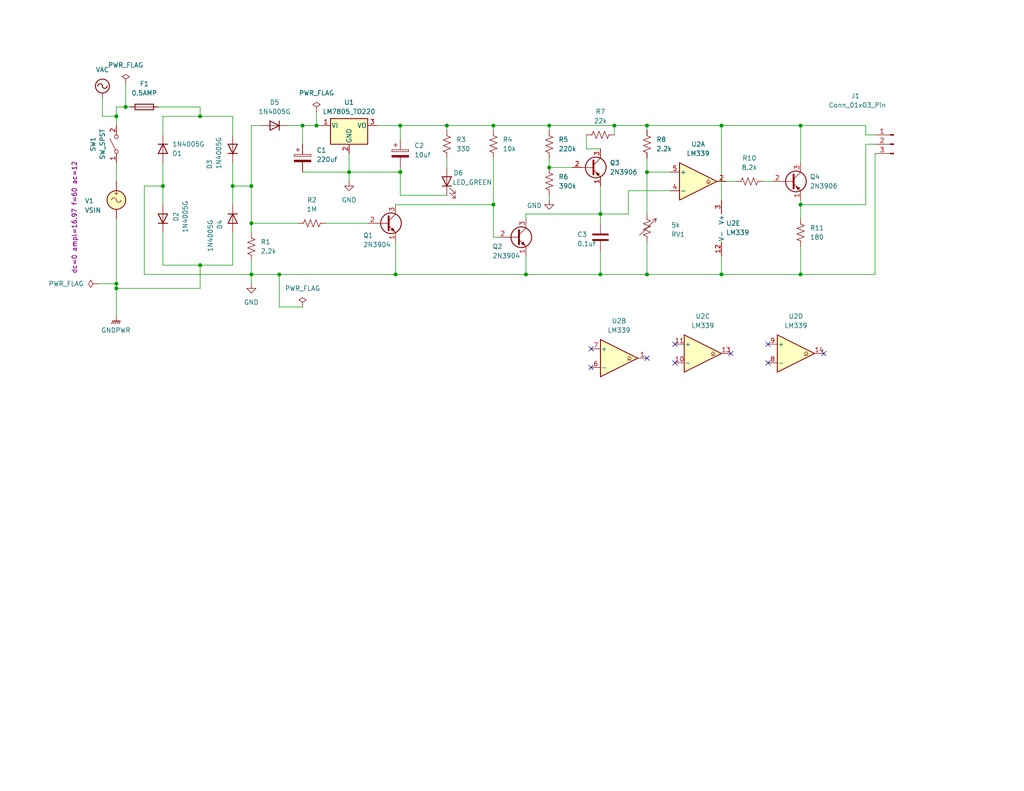
<source format=kicad_sch>
(kicad_sch (version 20250114) (generator "eeschema") (generator_version "9.0")
  (paper "USLetter")
  (title_block (title "CMPE2150 PWM Generator - mhe4") (date "2025-12-11") (rev "0") (company "NAIT CNT") (comment 1 "Mengning He"))
  (lib_symbols
    (symbol "Comparator:LM339" (pin_names (offset 0.127))
      (property "Reference" "U" (at 0 5.08 0))
      (property "Value" "LM339" (at 0 -5.08 0))
      (symbol "LM339_1_1"
        (polyline (pts (xy -5.08 5.08) (xy 5.08 0) (xy -5.08 -5.08) (xy -5.08 5.08)) (stroke (width 0.254)) (fill (type background)))
        (polyline (pts (xy 3.302 -0.508) (xy 2.794 -0.508) (xy 3.302 0) (xy 2.794 0.508) (xy 2.286 0) (xy 2.794 -0.508) (xy 2.286 -0.508)) (stroke (width 0.127)))
        (pin input line (at -7.62 2.54 0) (length 2.54) (name "+") (number "5"))
        (pin input line (at -7.62 -2.54 0) (length 2.54) (name "-") (number "4"))
        (pin open_collector line (at 7.62 0 180) (length 2.54) (name "~") (number "2"))
      )
      (symbol "LM339_2_1"
        (polyline (pts (xy -5.08 5.08) (xy 5.08 0) (xy -5.08 -5.08) (xy -5.08 5.08)) (stroke (width 0.254)) (fill (type background)))
        (polyline (pts (xy 3.302 -0.508) (xy 2.794 -0.508) (xy 3.302 0) (xy 2.794 0.508) (xy 2.286 0) (xy 2.794 -0.508) (xy 2.286 -0.508)) (stroke (width 0.127)))
        (pin input line (at -7.62 2.54 0) (length 2.54) (name "+") (number "7"))
        (pin input line (at -7.62 -2.54 0) (length 2.54) (name "-") (number "6"))
        (pin open_collector line (at 7.62 0 180) (length 2.54) (name "~") (number "1"))
      )
      (symbol "LM339_3_1"
        (polyline (pts (xy -5.08 5.08) (xy 5.08 0) (xy -5.08 -5.08) (xy -5.08 5.08)) (stroke (width 0.254)) (fill (type background)))
        (polyline (pts (xy 3.302 -0.508) (xy 2.794 -0.508) (xy 3.302 0) (xy 2.794 0.508) (xy 2.286 0) (xy 2.794 -0.508) (xy 2.286 -0.508)) (stroke (width 0.127)))
        (pin input line (at -7.62 2.54 0) (length 2.54) (name "+") (number "11"))
        (pin input line (at -7.62 -2.54 0) (length 2.54) (name "-") (number "10"))
        (pin open_collector line (at 7.62 0 180) (length 2.54) (name "~") (number "13"))
      )
      (symbol "LM339_4_1"
        (polyline (pts (xy -5.08 5.08) (xy 5.08 0) (xy -5.08 -5.08) (xy -5.08 5.08)) (stroke (width 0.254)) (fill (type background)))
        (polyline (pts (xy 3.302 -0.508) (xy 2.794 -0.508) (xy 3.302 0) (xy 2.794 0.508) (xy 2.286 0) (xy 2.794 -0.508) (xy 2.286 -0.508)) (stroke (width 0.127)))
        (pin input line (at -7.62 2.54 0) (length 2.54) (name "+") (number "9"))
        (pin input line (at -7.62 -2.54 0) (length 2.54) (name "-") (number "8"))
        (pin open_collector line (at 7.62 0 180) (length 2.54) (name "~") (number "14"))
      )
      (symbol "LM339_5_1"
        (pin power_in line (at -2.54 7.62 270) (length 3.81) (name "V+") (number "3"))
        (pin power_in line (at -2.54 -7.62 90) (length 3.81) (name "V-") (number "12"))
      )
    )
    (symbol "Connector:Conn_01x03_Pin" (pin_names (offset 1.016) (hide yes))
      (property "Reference" "J" (at 0 5.08 0))
      (property "Value" "Conn_01x03_Pin" (at 0 -5.08 0))
      (symbol "Conn_01x03_Pin_1_1"
        (rectangle (start 0.8636 2.667) (end 0 2.413) (stroke (width 0.1524)) (fill (type outline)))
        (rectangle (start 0.8636 0.127) (end 0 -0.127) (stroke (width 0.1524)) (fill (type outline)))
        (rectangle (start 0.8636 -2.413) (end 0 -2.667) (stroke (width 0.1524)) (fill (type outline)))
        (polyline (pts (xy 1.27 2.54) (xy 0.8636 2.54)) (stroke (width 0.1524)))
        (polyline (pts (xy 1.27 0) (xy 0.8636 0)) (stroke (width 0.1524)))
        (polyline (pts (xy 1.27 -2.54) (xy 0.8636 -2.54)) (stroke (width 0.1524)))
        (pin passive line (at 5.08 2.54 180) (length 3.81) (name "Pin_1") (number "1"))
        (pin passive line (at 5.08 0 180) (length 3.81) (name "Pin_2") (number "2"))
        (pin passive line (at 5.08 -2.54 180) (length 3.81) (name "Pin_3") (number "3"))
      )
    )
    (symbol "Device:C" (pin_numbers (hide yes)) (pin_names (offset 0.254))
      (property "Reference" "C" (at 0.635 2.54 0))
      (property "Value" "C" (at 0.635 -2.54 0))
      (symbol "C_0_1"
        (polyline (pts (xy -2.032 0.762) (xy 2.032 0.762)) (stroke (width 0.508)))
        (polyline (pts (xy -2.032 -0.762) (xy 2.032 -0.762)) (stroke (width 0.508)))
      )
      (symbol "C_1_1"
        (pin passive line (at 0 3.81 270) (length 2.794) (name "~") (number "1"))
        (pin passive line (at 0 -3.81 90) (length 2.794) (name "~") (number "2"))
      )
    )
    (symbol "Device:C_Polarized" (pin_numbers (hide yes)) (pin_names (offset 0.254))
      (property "Reference" "C" (at 0.635 2.54 0))
      (property "Value" "C_Polarized" (at 0.635 -2.54 0))
      (symbol "C_Polarized_0_1"
        (rectangle (start -2.286 0.508) (end 2.286 1.016))
        (polyline (pts (xy -1.778 2.286) (xy -0.762 2.286)))
        (polyline (pts (xy -1.27 2.794) (xy -1.27 1.778)))
        (rectangle (start 2.286 -0.508) (end -2.286 -1.016) (fill (type outline)))
      )
      (symbol "C_Polarized_1_1"
        (pin passive line (at 0 3.81 270) (length 2.794) (name "~") (number "1"))
        (pin passive line (at 0 -3.81 90) (length 2.794) (name "~") (number "2"))
      )
    )
    (symbol "Device:Fuse" (pin_numbers (hide yes)) (pin_names (offset 0))
      (property "Reference" "F" (at 2.032 0 90))
      (property "Value" "Fuse" (at -1.905 0 90))
      (symbol "Fuse_0_1"
        (rectangle (start -0.762 -2.54) (end 0.762 2.54) (stroke (width 0.254)))
        (polyline (pts (xy 0 2.54) (xy 0 -2.54)))
      )
      (symbol "Fuse_1_1"
        (pin passive line (at 0 3.81 270) (length 1.27) (name "~") (number "1"))
        (pin passive line (at 0 -3.81 90) (length 1.27) (name "~") (number "2"))
      )
    )
    (symbol "Device:LED" (pin_numbers (hide yes)) (pin_names (offset 1.016) (hide yes))
      (property "Reference" "D" (at 0 2.54 0))
      (property "Value" "LED" (at 0 -2.54 0))
      (symbol "LED_0_1"
        (polyline (pts (xy -3.048 -0.762) (xy -4.572 -2.286) (xy -3.81 -2.286) (xy -4.572 -2.286) (xy -4.572 -1.524)))
        (polyline (pts (xy -1.778 -0.762) (xy -3.302 -2.286) (xy -2.54 -2.286) (xy -3.302 -2.286) (xy -3.302 -1.524)))
        (polyline (pts (xy -1.27 0) (xy 1.27 0)))
        (polyline (pts (xy -1.27 -1.27) (xy -1.27 1.27)) (stroke (width 0.254)))
        (polyline (pts (xy 1.27 -1.27) (xy 1.27 1.27) (xy -1.27 0) (xy 1.27 -1.27)) (stroke (width 0.254)))
      )
      (symbol "LED_1_1"
        (pin passive line (at -3.81 0 0) (length 2.54) (name "K") (number "1"))
        (pin passive line (at 3.81 0 180) (length 2.54) (name "A") (number "2"))
      )
    )
    (symbol "Device:R_US" (pin_numbers (hide yes)) (pin_names (offset 0))
      (property "Reference" "R" (at 2.54 0 90))
      (property "Value" "R_US" (at -2.54 0 90))
      (symbol "R_US_0_1"
        (polyline (pts (xy 0 2.286) (xy 0 2.54)))
        (polyline (pts (xy 0 2.286) (xy 1.016 1.905) (xy 0 1.524) (xy -1.016 1.143) (xy 0 0.762)))
        (polyline (pts (xy 0 0.762) (xy 1.016 0.381) (xy 0 0) (xy -1.016 -0.381) (xy 0 -0.762)))
        (polyline (pts (xy 0 -0.762) (xy 1.016 -1.143) (xy 0 -1.524) (xy -1.016 -1.905) (xy 0 -2.286)))
        (polyline (pts (xy 0 -2.286) (xy 0 -2.54)))
      )
      (symbol "R_US_1_1"
        (pin passive line (at 0 3.81 270) (length 1.27) (name "~") (number "1"))
        (pin passive line (at 0 -3.81 90) (length 1.27) (name "~") (number "2"))
      )
    )
    (symbol "Device:R_Variable_US" (pin_numbers (hide yes)) (pin_names (offset 0))
      (property "Reference" "R" (at 2.54 -2.54 90))
      (property "Value" "R_Variable_US" (at -2.54 -1.27 90))
      (symbol "R_Variable_US_0_1"
        (polyline (pts (xy 0 2.286) (xy 0 2.54)))
        (polyline (pts (xy 0 2.286) (xy 1.016 1.905) (xy 0 1.524) (xy -1.016 1.143) (xy 0 0.762)) (stroke (width 0.1524)))
        (polyline (pts (xy 0 0.762) (xy 1.016 0.381) (xy 0 0) (xy -1.016 -0.381) (xy 0 -0.762)))
        (polyline (pts (xy 0 -0.762) (xy 1.016 -1.143) (xy 0 -1.524) (xy -1.016 -1.905) (xy 0 -2.286)))
        (polyline (pts (xy 0 -2.286) (xy 0 -2.54)))
        (polyline (pts (xy 2.286 1.524) (xy 2.54 2.54) (xy 1.524 2.286) (xy 2.54 2.54) (xy -2.032 -2.032)) (stroke (width 0.1524)))
      )
      (symbol "R_Variable_US_1_1"
        (pin passive line (at 0 3.81 270) (length 1.27) (name "~") (number "1"))
        (pin passive line (at 0 -3.81 90) (length 1.27) (name "~") (number "2"))
      )
    )
    (symbol "Diode:1N4005" (pin_numbers (hide yes)) (pin_names (hide yes))
      (property "Reference" "D" (at 0 2.54 0))
      (property "Value" "1N4005" (at 0 -2.54 0))
      (symbol "1N4005_0_1"
        (polyline (pts (xy -1.27 1.27) (xy -1.27 -1.27)) (stroke (width 0.254)))
        (polyline (pts (xy 1.27 1.27) (xy 1.27 -1.27) (xy -1.27 0) (xy 1.27 1.27)) (stroke (width 0.254)))
        (polyline (pts (xy 1.27 0) (xy -1.27 0)))
      )
      (symbol "1N4005_1_1"
        (pin passive line (at -3.81 0 0) (length 2.54) (name "K") (number "1"))
        (pin passive line (at 3.81 0 180) (length 2.54) (name "A") (number "2"))
      )
    )
    (symbol "Regulator_Linear:LM7805_TO220" (pin_names (offset 0.254))
      (property "Reference" "U" (at -3.81 3.175 0))
      (property "Value" "LM7805_TO220" (at 0 3.175 0))
      (symbol "LM7805_TO220_0_1"
        (rectangle (start -5.08 1.905) (end 5.08 -5.08) (stroke (width 0.254)) (fill (type background)))
      )
      (symbol "LM7805_TO220_1_1"
        (pin power_in line (at -7.62 0 0) (length 2.54) (name "VI") (number "1"))
        (pin power_in line (at 0 -7.62 90) (length 2.54) (name "GND") (number "2"))
        (pin power_out line (at 7.62 0 180) (length 2.54) (name "VO") (number "3"))
      )
    )
    (symbol "Simulation_SPICE:VSIN" (pin_numbers (hide yes)) (pin_names (offset 0.0254))
      (property "Reference" "V" (at 2.54 2.54 0))
      (property "Value" "VSIN" (at 2.54 0 0))
      (property "Sim.Params" "dc=0 ampl=1 f=1k ac=1" (at 2.54 -2.54 0))
      (symbol "VSIN_0_0"
        (arc (start -1.27 0) (mid -0.635 0.6323) (end 0 0))
        (arc (start 1.27 0) (mid 0.635 -0.6323) (end 0 0))
        (text "+" (at 0 1.905 0) (effects (font (size 1.27 1.27))))
      )
      (symbol "VSIN_0_1"
        (circle (center 0 0) (radius 2.54) (stroke (width 0.254)) (fill (type background)))
      )
      (symbol "VSIN_1_1"
        (pin passive line (at 0 5.08 270) (length 2.54) (name "~") (number "1"))
        (pin passive line (at 0 -5.08 90) (length 2.54) (name "~") (number "2"))
      )
    )
    (symbol "Switch:SW_SPST" (pin_names (offset 0) (hide yes))
      (property "Reference" "SW" (at 0 3.175 0))
      (property "Value" "SW_SPST" (at 0 -2.54 0))
      (symbol "SW_SPST_0_0"
        (circle (center -2.032 0) (radius 0.508))
        (polyline (pts (xy -1.524 0.254) (xy 1.524 1.778)))
        (circle (center 2.032 0) (radius 0.508))
      )
      (symbol "SW_SPST_1_1"
        (pin passive line (at -5.08 0 0) (length 2.54) (name "A") (number "1"))
        (pin passive line (at 5.08 0 180) (length 2.54) (name "B") (number "2"))
      )
    )
    (symbol "Transistor_BJT:2N3904" (pin_names (offset 0) (hide yes))
      (property "Reference" "Q" (at 5.08 1.905 0))
      (property "Value" "2N3904" (at 5.08 0 0))
      (symbol "2N3904_0_1"
        (polyline (pts (xy -2.54 0) (xy 0.635 0)))
        (polyline (pts (xy 0.635 1.905) (xy 0.635 -1.905)) (stroke (width 0.508)))
        (circle (center 1.27 0) (radius 2.8194) (stroke (width 0.254)))
      )
      (symbol "2N3904_1_1"
        (polyline (pts (xy 0.635 0.635) (xy 2.54 2.54)))
        (polyline (pts (xy 0.635 -0.635) (xy 2.54 -2.54)))
        (polyline (pts (xy 1.27 -1.778) (xy 1.778 -1.27) (xy 2.286 -2.286) (xy 1.27 -1.778)) (fill (type outline)))
        (pin input line (at -5.08 0 0) (length 2.54) (name "B") (number "2"))
        (pin passive line (at 2.54 5.08 270) (length 2.54) (name "C") (number "3"))
        (pin passive line (at 2.54 -5.08 90) (length 2.54) (name "E") (number "1"))
      )
    )
    (symbol "Transistor_BJT:2N3906" (pin_names (offset 0) (hide yes))
      (property "Reference" "Q" (at 5.08 1.905 0))
      (property "Value" "2N3906" (at 5.08 0 0))
      (symbol "2N3906_0_1"
        (polyline (pts (xy -2.54 0) (xy 0.635 0)))
        (polyline (pts (xy 0.635 1.905) (xy 0.635 -1.905)) (stroke (width 0.508)))
        (polyline (pts (xy 0.635 0.635) (xy 2.54 2.54)))
        (polyline (pts (xy 0.635 -0.635) (xy 2.54 -2.54)))
        (circle (center 1.27 0) (radius 2.8194) (stroke (width 0.254)))
        (polyline (pts (xy 2.286 -1.778) (xy 1.778 -2.286) (xy 1.27 -1.27) (xy 2.286 -1.778)) (fill (type outline)))
      )
      (symbol "2N3906_1_1"
        (pin input line (at -5.08 0 0) (length 2.54) (name "B") (number "2"))
        (pin passive line (at 2.54 5.08 270) (length 2.54) (name "C") (number "3"))
        (pin passive line (at 2.54 -5.08 90) (length 2.54) (name "E") (number "1"))
      )
    )
    (symbol "power:GND" (power) (pin_numbers (hide yes)) (pin_names (offset 0) (hide yes))
      (property "Value" "GND" (at 0 -3.81 0))
      (symbol "GND_0_1"
        (polyline (pts (xy 0 0) (xy 0 -1.27) (xy 1.27 -1.27) (xy 0 -2.54) (xy -1.27 -1.27) (xy 0 -1.27)))
      )
      (symbol "GND_1_1"
        (pin power_in line (at 0 0 270) (length 0) (name "~") (number "1"))
      )
    )
    (symbol "power:GNDPWR" (power) (pin_numbers (hide yes)) (pin_names (offset 0) (hide yes))
      (property "Value" "GNDPWR" (at 0 -3.302 0))
      (symbol "GNDPWR_0_1"
        (polyline (pts (xy -1.016 -1.27) (xy -1.27 -2.032) (xy -1.27 -2.032)) (stroke (width 0.2032)))
        (polyline (pts (xy -0.508 -1.27) (xy -0.762 -2.032) (xy -0.762 -2.032)) (stroke (width 0.2032)))
        (polyline (pts (xy 0 -1.27) (xy 0 0)))
        (polyline (pts (xy 0 -1.27) (xy -0.254 -2.032) (xy -0.254 -2.032)) (stroke (width 0.2032)))
        (polyline (pts (xy 0.508 -1.27) (xy 0.254 -2.032) (xy 0.254 -2.032)) (stroke (width 0.2032)))
        (polyline (pts (xy 1.016 -1.27) (xy -1.016 -1.27) (xy -1.016 -1.27)) (stroke (width 0.2032)))
        (polyline (pts (xy 1.016 -1.27) (xy 0.762 -2.032) (xy 0.762 -2.032) (xy 0.762 -2.032)) (stroke (width 0.2032)))
      )
      (symbol "GNDPWR_1_1"
        (pin power_in line (at 0 0 270) (length 0) (name "~") (number "1"))
      )
    )
    (symbol "power:PWR_FLAG" (power) (pin_numbers (hide yes)) (pin_names (offset 0) (hide yes))
      (property "Value" "PWR_FLAG" (at 0 3.81 0))
      (symbol "PWR_FLAG_0_0"
        (pin power_out line (at 0 0 90) (length 0) (name "~") (number "1"))
      )
      (symbol "PWR_FLAG_0_1"
        (polyline (pts (xy 0 0) (xy 0 1.27) (xy -1.016 1.905) (xy 0 2.54) (xy 1.016 1.905) (xy 0 1.27)))
      )
    )
    (symbol "power:VAC" (power) (pin_numbers (hide yes)) (pin_names (offset 0) (hide yes))
      (property "Value" "VAC" (at 0 6.35 0))
      (symbol "VAC_0_1"
        (arc (start -1.27 3.175) (mid -0.635 3.8073) (end 0 3.175) (stroke (width 0.254)))
        (circle (center 0 3.175) (radius 1.905) (stroke (width 0.254)))
        (polyline (pts (xy 0 0) (xy 0 1.27)))
        (arc (start 1.27 3.175) (mid 0.635 2.5427) (end 0 3.175) (stroke (width 0.254)))
      )
      (symbol "VAC_1_1"
        (pin power_in line (at 0 0 90) (length 0) (name "~") (number "1"))
      )
    )
  )
  (junction (at 86.36 34.29))
  (junction (at 54.61 72.39))
  (junction (at 68.58 60.96))
  (junction (at 31.75 78.74))
  (junction (at 176.53 46.99))
  (junction (at 134.62 34.29))
  (junction (at 76.2 74.93))
  (junction (at 196.85 74.93))
  (junction (at 109.22 34.29))
  (junction (at 196.85 34.29))
  (junction (at 31.75 31.75))
  (junction (at 107.95 74.93))
  (junction (at 95.25 46.99))
  (junction (at 163.83 58.42))
  (junction (at 34.29 29.21))
  (junction (at 109.22 46.99))
  (junction (at 176.53 34.29))
  (junction (at 176.53 74.93))
  (junction (at 134.62 55.88))
  (junction (at 218.44 74.93))
  (junction (at 63.5 50.8))
  (junction (at 149.86 34.29))
  (junction (at 82.55 34.29))
  (junction (at 44.45 50.8))
  (junction (at 149.86 45.72))
  (junction (at 167.64 34.29))
  (junction (at 68.58 50.8))
  (junction (at 31.75 77.47))
  (junction (at 68.58 74.93))
  (junction (at 218.44 55.88))
  (junction (at 54.61 31.75))
  (junction (at 143.51 74.93))
  (junction (at 163.83 74.93))
  (junction (at 121.92 34.29))
  (junction (at 218.44 34.29))
  (no_connect (at 184.15 99.06))
  (no_connect (at 161.29 95.25))
  (no_connect (at 184.15 93.98))
  (no_connect (at 209.55 99.06))
  (no_connect (at 176.53 97.79))
  (no_connect (at 199.39 96.52))
  (no_connect (at 161.29 100.33))
  (no_connect (at 224.79 96.52))
  (no_connect (at 209.55 93.98))
  (wire (pts (xy 167.64 34.29) (xy 176.53 34.29)))
  (wire (pts (xy 196.85 34.29) (xy 218.44 34.29)))
  (wire (pts (xy 109.22 46.99) (xy 109.22 45.72)))
  (wire (pts (xy 236.22 36.83) (xy 236.22 34.29)))
  (wire (pts (xy 238.76 36.83) (xy 236.22 36.83)))
  (wire (pts (xy 143.51 58.42) (xy 163.83 58.42)))
  (wire (pts (xy 44.45 31.75) (xy 54.61 31.75)))
  (wire (pts (xy 196.85 74.93) (xy 218.44 74.93)))
  (wire (pts (xy 135.89 64.77) (xy 134.62 64.77)))
  (wire (pts (xy 78.74 34.29) (xy 82.55 34.29)))
  (wire (pts (xy 27.94 26.67) (xy 27.94 31.75)))
  (wire (pts (xy 149.86 35.56) (xy 149.86 34.29)))
  (wire (pts (xy 86.36 34.29) (xy 87.63 34.29)))
  (wire (pts (xy 54.61 72.39) (xy 63.5 72.39)))
  (wire (pts (xy 163.83 40.64) (xy 160.02 40.64)))
  (wire (pts (xy 31.75 29.21) (xy 34.29 29.21)))
  (wire (pts (xy 88.9 60.96) (xy 100.33 60.96)))
  (wire (pts (xy 68.58 71.12) (xy 68.58 74.93)))
  (wire (pts (xy 163.83 58.42) (xy 163.83 60.96)))
  (wire (pts (xy 68.58 74.93) (xy 68.58 77.47)))
  (wire (pts (xy 176.53 66.04) (xy 176.53 74.93)))
  (wire (pts (xy 82.55 83.82) (xy 76.2 83.82)))
  (wire (pts (xy 171.45 52.07) (xy 171.45 58.42)))
  (wire (pts (xy 134.62 34.29) (xy 121.92 34.29)))
  (wire (pts (xy 167.64 34.29) (xy 167.64 36.83)))
  (wire (pts (xy 218.44 54.61) (xy 218.44 55.88)))
  (wire (pts (xy 163.83 74.93) (xy 143.51 74.93)))
  (wire (pts (xy 81.28 60.96) (xy 68.58 60.96)))
  (wire (pts (xy 156.21 45.72) (xy 149.86 45.72)))
  (wire (pts (xy 134.62 64.77) (xy 134.62 55.88)))
  (wire (pts (xy 134.62 35.56) (xy 134.62 34.29)))
  (wire (pts (xy 44.45 44.45) (xy 44.45 50.8)))
  (wire (pts (xy 196.85 69.85) (xy 196.85 74.93)))
  (wire (pts (xy 31.75 34.29) (xy 31.75 31.75)))
  (wire (pts (xy 107.95 74.93) (xy 143.51 74.93)))
  (wire (pts (xy 95.25 41.91) (xy 95.25 46.99)))
  (wire (pts (xy 196.85 34.29) (xy 196.85 54.61)))
  (wire (pts (xy 68.58 34.29) (xy 68.58 50.8)))
  (wire (pts (xy 143.51 59.69) (xy 143.51 58.42)))
  (wire (pts (xy 39.37 74.93) (xy 68.58 74.93)))
  (wire (pts (xy 54.61 31.75) (xy 63.5 31.75)))
  (wire (pts (xy 39.37 50.8) (xy 39.37 74.93)))
  (wire (pts (xy 31.75 78.74) (xy 54.61 78.74)))
  (wire (pts (xy 182.88 52.07) (xy 171.45 52.07)))
  (wire (pts (xy 54.61 29.21) (xy 54.61 31.75)))
  (wire (pts (xy 143.51 69.85) (xy 143.51 74.93)))
  (wire (pts (xy 44.45 50.8) (xy 44.45 55.88)))
  (wire (pts (xy 218.44 55.88) (xy 218.44 59.69)))
  (wire (pts (xy 109.22 53.34) (xy 109.22 46.99)))
  (wire (pts (xy 149.86 43.18) (xy 149.86 45.72)))
  (wire (pts (xy 107.95 66.04) (xy 107.95 74.93)))
  (wire (pts (xy 86.36 30.48) (xy 86.36 34.29)))
  (wire (pts (xy 218.44 34.29) (xy 218.44 44.45)))
  (wire (pts (xy 218.44 67.31) (xy 218.44 74.93)))
  (wire (pts (xy 236.22 39.37) (xy 236.22 55.88)))
  (wire (pts (xy 121.92 43.18) (xy 121.92 45.72)))
  (wire (pts (xy 176.53 46.99) (xy 182.88 46.99)))
  (wire (pts (xy 44.45 36.83) (xy 44.45 31.75)))
  (wire (pts (xy 31.75 59.69) (xy 31.75 77.47)))
  (wire (pts (xy 163.83 68.58) (xy 163.83 74.93)))
  (wire (pts (xy 134.62 43.18) (xy 134.62 55.88)))
  (wire (pts (xy 109.22 34.29) (xy 121.92 34.29)))
  (wire (pts (xy 76.2 74.93) (xy 68.58 74.93)))
  (wire (pts (xy 160.02 40.64) (xy 160.02 36.83)))
  (wire (pts (xy 63.5 50.8) (xy 68.58 50.8)))
  (wire (pts (xy 163.83 50.8) (xy 163.83 58.42)))
  (wire (pts (xy 31.75 31.75) (xy 31.75 29.21)))
  (wire (pts (xy 176.53 74.93) (xy 196.85 74.93)))
  (wire (pts (xy 109.22 34.29) (xy 102.87 34.29)))
  (wire (pts (xy 34.29 29.21) (xy 35.56 29.21)))
  (wire (pts (xy 238.76 74.93) (xy 218.44 74.93)))
  (wire (pts (xy 44.45 50.8) (xy 39.37 50.8)))
  (wire (pts (xy 95.25 46.99) (xy 95.25 49.53)))
  (wire (pts (xy 44.45 72.39) (xy 54.61 72.39)))
  (wire (pts (xy 63.5 50.8) (xy 63.5 55.88)))
  (wire (pts (xy 68.58 50.8) (xy 68.58 60.96)))
  (wire (pts (xy 218.44 34.29) (xy 236.22 34.29)))
  (wire (pts (xy 236.22 55.88) (xy 218.44 55.88)))
  (wire (pts (xy 63.5 44.45) (xy 63.5 50.8)))
  (wire (pts (xy 134.62 55.88) (xy 107.95 55.88)))
  (wire (pts (xy 82.55 46.99) (xy 95.25 46.99)))
  (wire (pts (xy 76.2 83.82) (xy 76.2 74.93)))
  (wire (pts (xy 121.92 34.29) (xy 121.92 35.56)))
  (wire (pts (xy 26.67 77.47) (xy 31.75 77.47)))
  (wire (pts (xy 176.53 35.56) (xy 176.53 34.29)))
  (wire (pts (xy 44.45 63.5) (xy 44.45 72.39)))
  (wire (pts (xy 31.75 78.74) (xy 31.75 86.36)))
  (wire (pts (xy 171.45 58.42) (xy 163.83 58.42)))
  (wire (pts (xy 198.12 49.53) (xy 200.66 49.53)))
  (wire (pts (xy 176.53 43.18) (xy 176.53 46.99)))
  (wire (pts (xy 208.28 49.53) (xy 210.82 49.53)))
  (wire (pts (xy 238.76 39.37) (xy 236.22 39.37)))
  (wire (pts (xy 43.18 29.21) (xy 54.61 29.21)))
  (wire (pts (xy 238.76 41.91) (xy 238.76 74.93)))
  (wire (pts (xy 107.95 74.93) (xy 76.2 74.93)))
  (wire (pts (xy 27.94 31.75) (xy 31.75 31.75)))
  (wire (pts (xy 82.55 34.29) (xy 86.36 34.29)))
  (wire (pts (xy 134.62 34.29) (xy 149.86 34.29)))
  (wire (pts (xy 63.5 31.75) (xy 63.5 36.83)))
  (wire (pts (xy 176.53 46.99) (xy 176.53 58.42)))
  (wire (pts (xy 82.55 34.29) (xy 82.55 39.37)))
  (wire (pts (xy 63.5 72.39) (xy 63.5 63.5)))
  (wire (pts (xy 149.86 34.29) (xy 167.64 34.29)))
  (wire (pts (xy 109.22 38.1) (xy 109.22 34.29)))
  (wire (pts (xy 121.92 53.34) (xy 109.22 53.34)))
  (wire (pts (xy 176.53 34.29) (xy 196.85 34.29)))
  (wire (pts (xy 54.61 78.74) (xy 54.61 72.39)))
  (wire (pts (xy 163.83 74.93) (xy 176.53 74.93)))
  (wire (pts (xy 149.86 53.34) (xy 149.86 54.61)))
  (wire (pts (xy 31.75 44.45) (xy 31.75 49.53)))
  (wire (pts (xy 68.58 60.96) (xy 68.58 63.5)))
  (wire (pts (xy 71.12 34.29) (xy 68.58 34.29)))
  (wire (pts (xy 95.25 46.99) (xy 109.22 46.99)))
  (wire (pts (xy 34.29 22.86) (xy 34.29 29.21)))
  (wire (pts (xy 31.75 77.47) (xy 31.75 78.74)))
  (symbol (lib_id "Device:R_US") (at 218.44 63.5 0) (unit 1)
    (property "Reference" "R11" (at 220.98 62.2299 0) (effects (justify left)))
    (property "Value" "180" (at 220.98 64.7699 0) (effects (justify left)))
    (property "Footprint" "Resistor_SMD:R_0805_2012Metric" (effects (hide yes)))
    (property "Description" "Resistor" (effects (hide yes)))
  )
  (symbol (lib_id "power:PWR_FLAG") (at 26.67 77.47 90) (unit 1)
    (property "Reference" "#FLG02" (effects (hide yes)))
    (property "Value" "PWR_FLAG" (at 22.86 77.4699 90) (effects (justify left)))
    (property "Description" "Special symbol for telling ERC where power comes from" (effects (hide yes)))
  )
  (symbol (lib_id "power:VAC") (at 27.94 26.67 0) (unit 1)
    (property "Reference" "#PWR05" (effects (hide yes)))
    (property "Value" "VAC" (at 27.94 19.05 0))
    (property "Description" "Power symbol creates a global label with name \"VAC\"" (effects (hide yes)))
  )
  (symbol (lib_id "Connector:Conn_01x03_Pin") (at 243.84 39.37 0) (mirror y) (unit 1)
    (property "Reference" "J1" (at 233.426 26.162 0))
    (property "Value" "Conn_01x03_Pin" (at 233.934 28.702 0))
    (property "Description" "Generic connector, single row, 01x03, script generated" (effects (hide yes)))
  )
  (symbol (lib_id "Transistor_BJT:2N3904") (at 105.41 60.96 0) (unit 1)
    (property "Reference" "Q1" (at 99.06 64.262 0) (effects (justify left)))
    (property "Value" "2N3904" (at 99.06 66.802 0) (effects (justify left)))
    (property "Footprint" "Package_TO_SOT_SMD:SOT-23" (effects (hide yes)))
    (property "Datasheet" "https://www.onsemi.com/pub/Collateral/2N3903-D.PDF" (effects (hide yes)))
    (property "Description" "0.2A Ic, 40V Vce, Small Signal NPN Transistor, TO-92" (effects (hide yes)))
  )
  (symbol (lib_id "Device:R_US") (at 134.62 39.37 0) (unit 1)
    (property "Reference" "R4" (at 137.16 38.0999 0) (effects (justify left)))
    (property "Value" "10k" (at 137.16 40.6399 0) (effects (justify left)))
    (property "Footprint" "Resistor_SMD:R_0805_2012Metric" (effects (hide yes)))
    (property "Description" "Resistor" (effects (hide yes)))
  )
  (symbol (lib_id "power:PWR_FLAG") (at 82.55 83.82 0) (unit 1)
    (property "Reference" "#FLG04" (effects (hide yes)))
    (property "Value" "PWR_FLAG" (at 82.55 78.74 0))
    (property "Description" "Special symbol for telling ERC where power comes from" (effects (hide yes)))
  )
  (symbol (lib_id "Diode:1N4005") (at 63.5 40.64 90) (unit 1)
    (property "Reference" "D3" (at 57.15 46.228 0) (effects (justify left)))
    (property "Value" "1N4005G" (at 59.69 46.228 0) (effects (justify left)))
    (property "Footprint" "Diode_SMD:D_0805_2012Metric" (effects (hide yes)))
    (property "Datasheet" "http://www.vishay.com/docs/88503/1n4001.pdf" (effects (hide yes)))
    (property "Description" "600V 1A General Purpose Rectifier Diode, DO-41" (effects (hide yes)))
    (property "Sim.Device" "D" (effects (hide yes)))
    (property "Sim.Pins" "1=K 2=A" (effects (hide yes)))
  )
  (symbol (lib_id "Device:R_US") (at 149.86 49.53 0) (unit 1)
    (property "Reference" "R6" (at 152.4 48.2599 0) (effects (justify left)))
    (property "Value" "390k" (at 152.4 50.7999 0) (effects (justify left)))
    (property "Footprint" "Resistor_SMD:R_0805_2012Metric" (effects (hide yes)))
    (property "Description" "Resistor" (effects (hide yes)))
  )
  (symbol (lib_id "Device:C_Polarized") (at 109.22 41.91 0) (unit 1)
    (property "Reference" "C2" (at 113.03 39.7509 0) (effects (justify left)))
    (property "Value" "10uf" (at 113.03 42.2909 0) (effects (justify left)))
    (property "Description" "Polarized capacitor" (effects (hide yes)))
  )
  (symbol (lib_id "Diode:1N4005") (at 63.5 59.69 90) (mirror x) (unit 1)
    (property "Reference" "D4" (at 59.944 59.944 0) (effects (justify left)))
    (property "Value" "1N4005G" (at 57.404 59.944 0) (effects (justify left)))
    (property "Footprint" "Diode_SMD:D_0805_2012Metric" (effects (hide yes)))
    (property "Datasheet" "http://www.vishay.com/docs/88503/1n4001.pdf" (effects (hide yes)))
    (property "Description" "600V 1A General Purpose Rectifier Diode, DO-41" (effects (hide yes)))
    (property "Sim.Device" "D" (effects (hide yes)))
    (property "Sim.Pins" "1=K 2=A" (effects (hide yes)))
  )
  (symbol (lib_id "Device:R_US") (at 204.47 49.53 90) (unit 1)
    (property "Reference" "R10" (at 204.47 43.18 90))
    (property "Value" "8.2k" (at 204.47 45.72 90))
    (property "Footprint" "Resistor_SMD:R_0805_2012Metric" (effects (hide yes)))
    (property "Description" "Resistor" (effects (hide yes)))
  )
  (symbol (lib_id "Device:R_US") (at 121.92 39.37 0) (unit 1)
    (property "Reference" "R3" (at 124.46 38.0999 0) (effects (justify left)))
    (property "Value" "330" (at 124.46 40.6399 0) (effects (justify left)))
    (property "Footprint" "Resistor_SMD:R_0805_2012Metric" (effects (hide yes)))
    (property "Description" "Resistor" (effects (hide yes)))
  )
  (symbol (lib_id "power:GND") (at 149.86 54.61 0) (unit 1)
    (property "Reference" "#PWR04" (effects (hide yes)))
    (property "Value" "GND" (at 145.796 56.134 0))
    (property "Description" "Power symbol creates a global label with name \"GND\" , ground" (effects (hide yes)))
  )
  (symbol (lib_id "Transistor_BJT:2N3906") (at 215.9 49.53 0) (unit 1)
    (property "Reference" "Q4" (at 220.98 48.2599 0) (effects (justify left)))
    (property "Value" "2N3906" (at 220.98 50.7999 0) (effects (justify left)))
    (property "Footprint" "Package_TO_SOT_SMD:SOT-23" (effects (hide yes)))
    (property "Datasheet" "https://www.onsemi.com/pub/Collateral/2N3906-D.PDF" (effects (hide yes)))
    (property "Description" "-0.2A Ic, -40V Vce, Small Signal PNP Transistor, TO-92" (effects (hide yes)))
  )
  (symbol (lib_id "Device:R_US") (at 149.86 39.37 0) (unit 1)
    (property "Reference" "R5" (at 152.4 38.0999 0) (effects (justify left)))
    (property "Value" "220k" (at 152.4 40.6399 0) (effects (justify left)))
    (property "Footprint" "Resistor_SMD:R_0805_2012Metric" (effects (hide yes)))
    (property "Description" "Resistor" (effects (hide yes)))
  )
  (symbol (lib_id "Switch:SW_SPST") (at 31.75 39.37 90) (unit 1)
    (property "Reference" "SW1" (at 25.4 39.37 0))
    (property "Value" "SW_SPST" (at 27.94 39.37 0))
    (property "Description" "Single Pole Single Throw (SPST) switch" (effects (hide yes)))
  )
  (symbol (lib_id "Comparator:LM339") (at 199.39 62.23 0) (unit 5)
    (property "Reference" "U2" (at 198.12 60.9599 0) (effects (justify left)))
    (property "Value" "LM339" (at 198.12 63.4999 0) (effects (justify left)))
    (property "Footprint" "Package_SO:SOIC-14_3.9x8.7mm_P1.27mm" (effects (hide yes)))
    (property "Datasheet" "https://www.st.com/resource/en/datasheet/lm139.pdf" (effects (hide yes)))
    (property "Description" "Quad Differential Comparators, SOIC-14/TSSOP-14" (effects (hide yes)))
  )
  (symbol (lib_id "Comparator:LM339") (at 190.5 49.53 0) (unit 1)
    (property "Reference" "U2" (at 190.5 39.37 0))
    (property "Value" "LM339" (at 190.5 41.91 0))
    (property "Footprint" "Package_SO:SOIC-14_3.9x8.7mm_P1.27mm" (effects (hide yes)))
    (property "Datasheet" "https://www.st.com/resource/en/datasheet/lm139.pdf" (effects (hide yes)))
    (property "Description" "Quad Differential Comparators, SOIC-14/TSSOP-14" (effects (hide yes)))
  )
  (symbol (lib_id "Comparator:LM339") (at 191.77 96.52 0) (unit 3)
    (property "Reference" "U2" (at 191.77 86.36 0))
    (property "Value" "LM339" (at 191.77 88.9 0))
    (property "Footprint" "Package_SO:SOIC-14_3.9x8.7mm_P1.27mm" (effects (hide yes)))
    (property "Datasheet" "https://www.st.com/resource/en/datasheet/lm139.pdf" (effects (hide yes)))
    (property "Description" "Quad Differential Comparators, SOIC-14/TSSOP-14" (effects (hide yes)))
  )
  (symbol (lib_id "Comparator:LM339") (at 217.17 96.52 0) (unit 4)
    (property "Reference" "U2" (at 217.17 86.36 0))
    (property "Value" "LM339" (at 217.17 88.9 0))
    (property "Footprint" "Package_SO:SOIC-14_3.9x8.7mm_P1.27mm" (effects (hide yes)))
    (property "Datasheet" "https://www.st.com/resource/en/datasheet/lm139.pdf" (effects (hide yes)))
    (property "Description" "Quad Differential Comparators, SOIC-14/TSSOP-14" (effects (hide yes)))
  )
  (symbol (lib_id "Comparator:LM339") (at 168.91 97.79 0) (unit 2)
    (property "Reference" "U2" (at 168.91 87.63 0))
    (property "Value" "LM339" (at 168.91 90.17 0))
    (property "Footprint" "Package_SO:SOIC-14_3.9x8.7mm_P1.27mm" (effects (hide yes)))
    (property "Datasheet" "https://www.st.com/resource/en/datasheet/lm139.pdf" (effects (hide yes)))
    (property "Description" "Quad Differential Comparators, SOIC-14/TSSOP-14" (effects (hide yes)))
  )
  (symbol (lib_id "power:GND") (at 68.58 77.47 0) (unit 1)
    (property "Reference" "#PWR03" (effects (hide yes)))
    (property "Value" "GND" (at 68.58 82.55 0))
    (property "Description" "Power symbol creates a global label with name \"GND\" , ground" (effects (hide yes)))
  )
  (symbol (lib_id "Device:R_US") (at 85.09 60.96 90) (unit 1)
    (property "Reference" "R2" (at 85.09 54.61 90))
    (property "Value" "1M" (at 85.09 57.15 90))
    (property "Footprint" "Resistor_SMD:R_0805_2012Metric" (effects (hide yes)))
    (property "Description" "Resistor" (effects (hide yes)))
  )
  (symbol (lib_id "power:PWR_FLAG") (at 86.36 30.48 0) (unit 1)
    (property "Reference" "#FLG05" (effects (hide yes)))
    (property "Value" "PWR_FLAG" (at 86.36 25.4 0))
    (property "Description" "Special symbol for telling ERC where power comes from" (effects (hide yes)))
  )
  (symbol (lib_id "power:GND") (at 95.25 49.53 0) (unit 1)
    (property "Reference" "#PWR02" (effects (hide yes)))
    (property "Value" "GND" (at 95.25 54.61 0))
    (property "Description" "Power symbol creates a global label with name \"GND\" , ground" (effects (hide yes)))
  )
  (symbol (lib_id "Device:LED") (at 121.92 49.53 90) (unit 1)
    (property "Reference" "D6" (at 123.698 47.244 90) (effects (justify right)))
    (property "Value" "LED_GREEN" (at 123.444 49.784 90) (effects (justify right)))
    (property "Footprint" "LED_THT:LED_D5.0mm_GREEN" (effects (hide yes)))
    (property "Description" "Light emitting diode" (effects (hide yes)))
    (property "Sim.Pins" "1=K 2=A" (effects (hide yes)))
  )
  (symbol (lib_id "Device:R_Variable_US") (at 176.53 62.23 0) (unit 1)
    (property "Reference" "RV1" (at 183.134 64.008 0) (effects (justify left)))
    (property "Value" "5k" (at 183.134 61.468 0) (effects (justify left)))
    (property "Description" "Potentiometer" (effects (hide yes)))
  )
  (symbol (lib_id "Device:Fuse") (at 39.37 29.21 90) (unit 1)
    (property "Reference" "F1" (at 39.37 22.86 90))
    (property "Value" "0.5AMP" (at 39.37 25.4 90))
    (property "Description" "Fuse" (effects (hide yes)))
  )
  (symbol (lib_id "Diode:1N4005") (at 74.93 34.29 0) (mirror y) (unit 1)
    (property "Reference" "D5" (at 74.93 27.94 0))
    (property "Value" "1N4005G" (at 74.93 30.48 0))
    (property "Footprint" "Diode_SMD:D_0805_2012Metric" (effects (hide yes)))
    (property "Datasheet" "http://www.vishay.com/docs/88503/1n4001.pdf" (effects (hide yes)))
    (property "Description" "600V 1A General Purpose Rectifier Diode, DO-41" (effects (hide yes)))
    (property "Sim.Device" "D" (effects (hide yes)))
    (property "Sim.Pins" "1=K 2=A" (effects (hide yes)))
  )
  (symbol (lib_id "Transistor_BJT:2N3904") (at 140.97 64.77 0) (unit 1)
    (property "Reference" "Q2" (at 134.366 67.31 0) (effects (justify left)))
    (property "Value" "2N3904" (at 134.366 69.85 0) (effects (justify left)))
    (property "Footprint" "Package_TO_SOT_SMD:SOT-23" (effects (hide yes)))
    (property "Datasheet" "https://www.onsemi.com/pub/Collateral/2N3903-D.PDF" (effects (hide yes)))
    (property "Description" "0.2A Ic, 40V Vce, Small Signal NPN Transistor, TO-92" (effects (hide yes)))
  )
  (symbol (lib_id "Device:C") (at 163.83 64.77 0) (unit 1)
    (property "Reference" "C3" (at 157.48 64.008 0) (effects (justify left)))
    (property "Value" "0.1uf" (at 157.48 66.548 0) (effects (justify left)))
    (property "Footprint" "Capacitor_SMD:C_0805_2012Metric" (effects (hide yes)))
    (property "Description" "Unpolarized capacitor" (effects (hide yes)))
  )
  (symbol (lib_id "Regulator_Linear:LM7805_TO220") (at 95.25 34.29 0) (unit 1)
    (property "Reference" "U1" (at 95.25 27.94 0))
    (property "Value" "LM7805_TO220" (at 95.25 30.48 0))
    (property "Footprint" "Package_TO_SOT_THT:TO-220-3_Vertical" (effects (hide yes)))
    (property "Datasheet" "https://www.onsemi.cn/PowerSolutions/document/MC7800-D.PDF" (effects (hide yes)))
    (property "Description" "Positive 1A 35V Linear Regulator, Fixed Output 5V, TO-220" (effects (hide yes)))
  )
  (symbol (lib_id "Device:R_US") (at 68.58 67.31 0) (unit 1)
    (property "Reference" "R1" (at 71.12 66.0399 0) (effects (justify left)))
    (property "Value" "2.2k" (at 71.12 68.5799 0) (effects (justify left)))
    (property "Footprint" "Resistor_SMD:R_0805_2012Metric" (effects (hide yes)))
    (property "Description" "Resistor" (effects (hide yes)))
  )
  (symbol (lib_id "power:PWR_FLAG") (at 34.29 22.86 0) (unit 1)
    (property "Reference" "#FLG01" (effects (hide yes)))
    (property "Value" "PWR_FLAG" (at 34.29 17.78 0))
    (property "Description" "Special symbol for telling ERC where power comes from" (effects (hide yes)))
  )
  (symbol (lib_id "Diode:1N4005") (at 44.45 40.64 90) (mirror x) (unit 1)
    (property "Reference" "D1" (at 46.99 41.9101 90) (effects (justify right)))
    (property "Value" "1N4005G" (at 46.99 39.3701 90) (effects (justify right)))
    (property "Footprint" "Diode_SMD:D_0805_2012Metric" (effects (hide yes)))
    (property "Datasheet" "http://www.vishay.com/docs/88503/1n4001.pdf" (effects (hide yes)))
    (property "Description" "600V 1A General Purpose Rectifier Diode, DO-41" (effects (hide yes)))
    (property "Sim.Device" "D" (effects (hide yes)))
    (property "Sim.Pins" "1=K 2=A" (effects (hide yes)))
  )
  (symbol (lib_id "Device:R_US") (at 163.83 36.83 90) (unit 1)
    (property "Reference" "R7" (at 163.83 30.48 90))
    (property "Value" "22k" (at 163.83 33.02 90))
    (property "Footprint" "Resistor_SMD:R_0805_2012Metric" (effects (hide yes)))
    (property "Description" "Resistor" (effects (hide yes)))
  )
  (symbol (lib_id "power:GNDPWR") (at 31.75 86.36 0) (unit 1)
    (property "Reference" "#PWR06" (effects (hide yes)))
    (property "Value" "GNDPWR" (at 31.623 90.17 0))
    (property "Description" "Power symbol creates a global label with name \"GNDPWR\" , global ground" (effects (hide yes)))
  )
  (symbol (lib_id "Diode:1N4005") (at 44.45 59.69 90) (unit 1)
    (property "Reference" "D2" (at 48.006 59.182 0))
    (property "Value" "1N4005G" (at 50.546 59.182 0))
    (property "Footprint" "Diode_SMD:D_0805_2012Metric" (effects (hide yes)))
    (property "Datasheet" "http://www.vishay.com/docs/88503/1n4001.pdf" (effects (hide yes)))
    (property "Description" "600V 1A General Purpose Rectifier Diode, DO-41" (effects (hide yes)))
    (property "Sim.Device" "D" (effects (hide yes)))
    (property "Sim.Pins" "1=K 2=A" (effects (hide yes)))
  )
  (symbol (lib_id "Simulation_SPICE:VSIN") (at 31.75 54.61 0) (unit 1)
    (property "Reference" "V1" (at 23.114 54.864 0) (effects (justify left)))
    (property "Value" "VSIN" (at 23.114 57.404 0) (effects (justify left)))
    (property "Datasheet" "https://ngspice.sourceforge.io/docs/ngspice-html-manual/manual.xhtml#sec_Independent_Sources_for" (effects (hide yes)))
    (property "Description" "Voltage source, sinusoidal" (effects (hide yes)))
    (property "Sim.Pins" "1=+ 2=-" (effects (hide yes)))
    (property "Sim.Params" "dc=0 ampl=16.97 f=60 ac=12" (at 20.32 74.676 90) (effects (justify left)))
    (property "Sim.Type" "SIN" (effects (hide yes)))
    (property "Sim.Device" "V" (effects (hide yes)))
  )
  (symbol (lib_id "Device:R_US") (at 176.53 39.37 0) (unit 1)
    (property "Reference" "R8" (at 179.07 38.0999 0) (effects (justify left)))
    (property "Value" "2.2k" (at 179.07 40.6399 0) (effects (justify left)))
    (property "Footprint" "Resistor_SMD:R_0805_2012Metric" (effects (hide yes)))
    (property "Description" "Resistor" (effects (hide yes)))
  )
  (symbol (lib_id "Device:C_Polarized") (at 82.55 43.18 0) (unit 1)
    (property "Reference" "C1" (at 86.36 41.0209 0) (effects (justify left)))
    (property "Value" "220uf" (at 86.36 43.5609 0) (effects (justify left)))
    (property "Description" "Polarized capacitor" (effects (hide yes)))
  )
  (symbol (lib_id "Transistor_BJT:2N3906") (at 161.29 45.72 0) (unit 1)
    (property "Reference" "Q3" (at 166.37 44.4499 0) (effects (justify left)))
    (property "Value" "2N3906" (at 166.37 46.9899 0) (effects (justify left)))
    (property "Footprint" "Package_TO_SOT_SMD:SOT-23" (effects (hide yes)))
    (property "Datasheet" "https://www.onsemi.com/pub/Collateral/2N3906-D.PDF" (effects (hide yes)))
    (property "Description" "-0.2A Ic, -40V Vce, Small Signal PNP Transistor, TO-92" (effects (hide yes)))
  )
)
</source>
